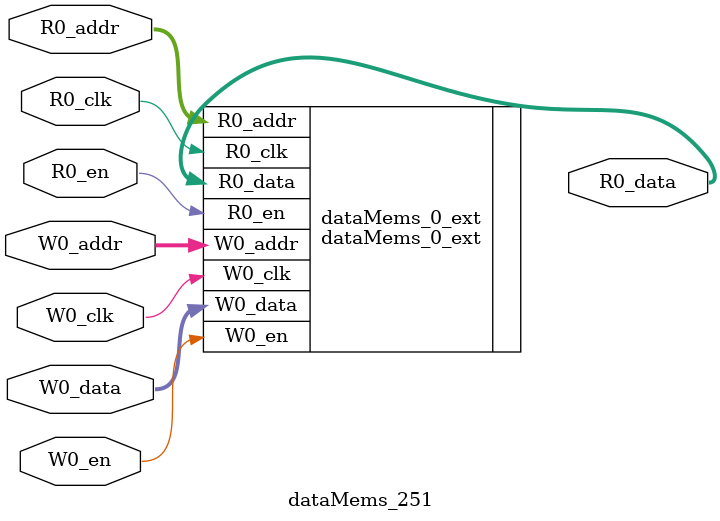
<source format=sv>
`ifndef RANDOMIZE
  `ifdef RANDOMIZE_REG_INIT
    `define RANDOMIZE
  `endif // RANDOMIZE_REG_INIT
`endif // not def RANDOMIZE
`ifndef RANDOMIZE
  `ifdef RANDOMIZE_MEM_INIT
    `define RANDOMIZE
  `endif // RANDOMIZE_MEM_INIT
`endif // not def RANDOMIZE

`ifndef RANDOM
  `define RANDOM $random
`endif // not def RANDOM

// Users can define 'PRINTF_COND' to add an extra gate to prints.
`ifndef PRINTF_COND_
  `ifdef PRINTF_COND
    `define PRINTF_COND_ (`PRINTF_COND)
  `else  // PRINTF_COND
    `define PRINTF_COND_ 1
  `endif // PRINTF_COND
`endif // not def PRINTF_COND_

// Users can define 'ASSERT_VERBOSE_COND' to add an extra gate to assert error printing.
`ifndef ASSERT_VERBOSE_COND_
  `ifdef ASSERT_VERBOSE_COND
    `define ASSERT_VERBOSE_COND_ (`ASSERT_VERBOSE_COND)
  `else  // ASSERT_VERBOSE_COND
    `define ASSERT_VERBOSE_COND_ 1
  `endif // ASSERT_VERBOSE_COND
`endif // not def ASSERT_VERBOSE_COND_

// Users can define 'STOP_COND' to add an extra gate to stop conditions.
`ifndef STOP_COND_
  `ifdef STOP_COND
    `define STOP_COND_ (`STOP_COND)
  `else  // STOP_COND
    `define STOP_COND_ 1
  `endif // STOP_COND
`endif // not def STOP_COND_

// Users can define INIT_RANDOM as general code that gets injected into the
// initializer block for modules with registers.
`ifndef INIT_RANDOM
  `define INIT_RANDOM
`endif // not def INIT_RANDOM

// If using random initialization, you can also define RANDOMIZE_DELAY to
// customize the delay used, otherwise 0.002 is used.
`ifndef RANDOMIZE_DELAY
  `define RANDOMIZE_DELAY 0.002
`endif // not def RANDOMIZE_DELAY

// Define INIT_RANDOM_PROLOG_ for use in our modules below.
`ifndef INIT_RANDOM_PROLOG_
  `ifdef RANDOMIZE
    `ifdef VERILATOR
      `define INIT_RANDOM_PROLOG_ `INIT_RANDOM
    `else  // VERILATOR
      `define INIT_RANDOM_PROLOG_ `INIT_RANDOM #`RANDOMIZE_DELAY begin end
    `endif // VERILATOR
  `else  // RANDOMIZE
    `define INIT_RANDOM_PROLOG_
  `endif // RANDOMIZE
`endif // not def INIT_RANDOM_PROLOG_

// Include register initializers in init blocks unless synthesis is set
`ifndef SYNTHESIS
  `ifndef ENABLE_INITIAL_REG_
    `define ENABLE_INITIAL_REG_
  `endif // not def ENABLE_INITIAL_REG_
`endif // not def SYNTHESIS

// Include rmemory initializers in init blocks unless synthesis is set
`ifndef SYNTHESIS
  `ifndef ENABLE_INITIAL_MEM_
    `define ENABLE_INITIAL_MEM_
  `endif // not def ENABLE_INITIAL_MEM_
`endif // not def SYNTHESIS

module dataMems_251(	// @[generators/ara/src/main/scala/UnsafeAXI4ToTL.scala:365:62]
  input  [4:0]  R0_addr,
  input         R0_en,
  input         R0_clk,
  output [66:0] R0_data,
  input  [4:0]  W0_addr,
  input         W0_en,
  input         W0_clk,
  input  [66:0] W0_data
);

  dataMems_0_ext dataMems_0_ext (	// @[generators/ara/src/main/scala/UnsafeAXI4ToTL.scala:365:62]
    .R0_addr (R0_addr),
    .R0_en   (R0_en),
    .R0_clk  (R0_clk),
    .R0_data (R0_data),
    .W0_addr (W0_addr),
    .W0_en   (W0_en),
    .W0_clk  (W0_clk),
    .W0_data (W0_data)
  );
endmodule


</source>
